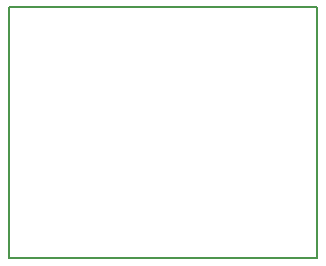
<source format=gm1>
G04 MADE WITH FRITZING*
G04 WWW.FRITZING.ORG*
G04 DOUBLE SIDED*
G04 HOLES PLATED*
G04 CONTOUR ON CENTER OF CONTOUR VECTOR*
%ASAXBY*%
%FSLAX23Y23*%
%MOIN*%
%OFA0B0*%
%SFA1.0B1.0*%
%ADD10R,1.036190X0.844898*%
%ADD11C,0.008000*%
%ADD10C,0.008*%
%LNCONTOUR*%
G90*
G70*
G54D10*
G54D11*
X4Y841D02*
X1032Y841D01*
X1032Y4D01*
X4Y4D01*
X4Y841D01*
D02*
G04 End of contour*
M02*
</source>
